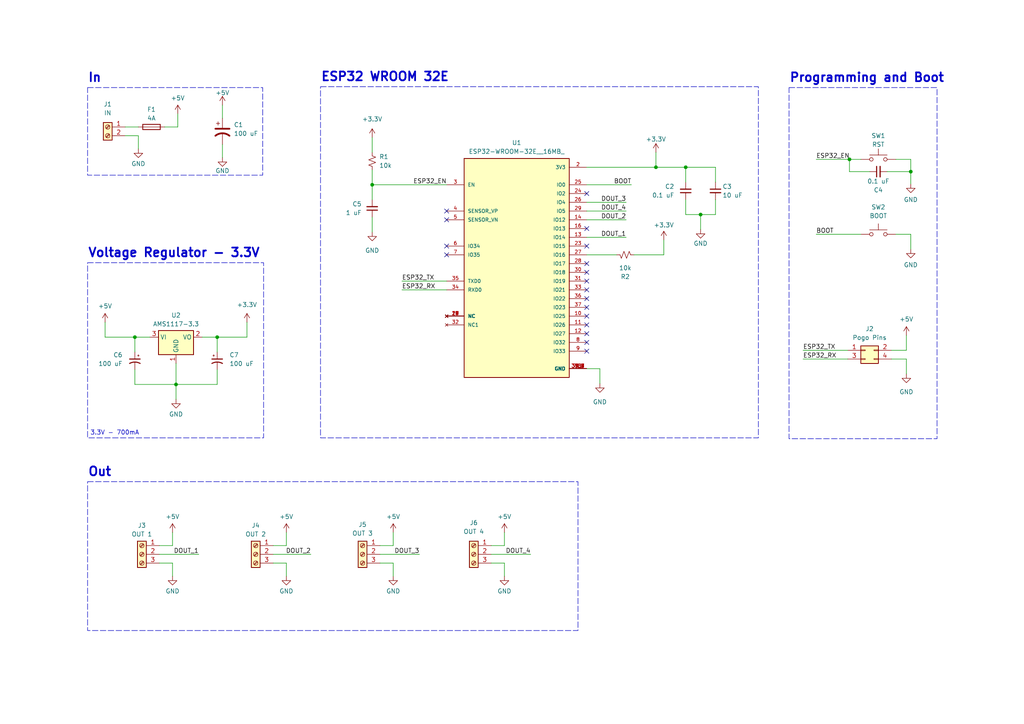
<source format=kicad_sch>
(kicad_sch (version 20230121) (generator eeschema)
  (paper "A4")
  (title_block (title "WLED ESP32 Christmas Board") (date "2023-11-23") (rev "1.0"))
  (lib_symbols
    (symbol "+3.3V_1" (power) (pin_names (offset 0))
      (property "Value" "+3.3V_1" (at 0 3.556 0))
      (symbol "+3.3V_1_0_1"
        (polyline (pts (xy -0.762 1.27) (xy 0 2.54)))
        (polyline (pts (xy 0 0) (xy 0 2.54)))
        (polyline (pts (xy 0 2.54) (xy 0.762 1.27)))
      )
      (symbol "+3.3V_1_1_1"
        (pin power_in line (at 0 0 90) (length 0) hide (name "+3.3V") (number "1"))
      )
    )
    (symbol "+3.3V_2" (power) (pin_names (offset 0))
      (property "Value" "+3.3V_2" (at 0 3.556 0))
      (symbol "+3.3V_2_0_1"
        (polyline (pts (xy -0.762 1.27) (xy 0 2.54)))
        (polyline (pts (xy 0 0) (xy 0 2.54)))
        (polyline (pts (xy 0 2.54) (xy 0.762 1.27)))
      )
      (symbol "+3.3V_2_1_1"
        (pin power_in line (at 0 0 90) (length 0) hide (name "+3.3V") (number "1"))
      )
    )
    (symbol "+5V_1" (power) (pin_names (offset 0))
      (property "Value" "+5V_1" (at 0 3.556 0))
      (symbol "+5V_1_0_1"
        (polyline (pts (xy -0.762 1.27) (xy 0 2.54)))
        (polyline (pts (xy 0 0) (xy 0 2.54)))
        (polyline (pts (xy 0 2.54) (xy 0.762 1.27)))
      )
      (symbol "+5V_1_1_1"
        (pin power_in line (at 0 0 90) (length 0) hide (name "+5V") (number "1"))
      )
    )
    (symbol "Connector:Screw_Terminal_01x02" (pin_names (offset 1.016) hide)
      (property "Reference" "J" (at 0 2.54 0))
      (property "Value" "Screw_Terminal_01x02" (at 0 -5.08 0))
      (symbol "Screw_Terminal_01x02_1_1"
        (rectangle (start -1.27 1.27) (end 1.27 -3.81) (stroke (width 0.254)) (fill (type background)))
        (circle (center 0 -2.54) (radius 0.635) (stroke (width 0.1524)))
        (polyline (pts (xy -0.5334 -2.2098) (xy 0.3302 -3.048)) (stroke (width 0.1524)))
        (polyline (pts (xy -0.5334 0.3302) (xy 0.3302 -0.508)) (stroke (width 0.1524)))
        (polyline (pts (xy -0.3556 -2.032) (xy 0.508 -2.8702)) (stroke (width 0.1524)))
        (polyline (pts (xy -0.3556 0.508) (xy 0.508 -0.3302)) (stroke (width 0.1524)))
        (circle (center 0 0) (radius 0.635) (stroke (width 0.1524)))
        (pin passive line (at -5.08 0 0) (length 3.81) (name "Pin_1") (number "1"))
        (pin passive line (at -5.08 -2.54 0) (length 3.81) (name "Pin_2") (number "2"))
      )
    )
    (symbol "Connector:Screw_Terminal_01x03" (pin_names (offset 1.016) hide)
      (property "Reference" "J" (at 0 5.08 0))
      (property "Value" "Screw_Terminal_01x03" (at 0 -5.08 0))
      (symbol "Screw_Terminal_01x03_1_1"
        (rectangle (start -1.27 3.81) (end 1.27 -3.81) (stroke (width 0.254)) (fill (type background)))
        (circle (center 0 -2.54) (radius 0.635) (stroke (width 0.1524)))
        (polyline (pts (xy -0.5334 -2.2098) (xy 0.3302 -3.048)) (stroke (width 0.1524)))
        (polyline (pts (xy -0.5334 0.3302) (xy 0.3302 -0.508)) (stroke (width 0.1524)))
        (polyline (pts (xy -0.5334 2.8702) (xy 0.3302 2.032)) (stroke (width 0.1524)))
        (polyline (pts (xy -0.3556 -2.032) (xy 0.508 -2.8702)) (stroke (width 0.1524)))
        (polyline (pts (xy -0.3556 0.508) (xy 0.508 -0.3302)) (stroke (width 0.1524)))
        (polyline (pts (xy -0.3556 3.048) (xy 0.508 2.2098)) (stroke (width 0.1524)))
        (circle (center 0 0) (radius 0.635) (stroke (width 0.1524)))
        (circle (center 0 2.54) (radius 0.635) (stroke (width 0.1524)))
        (pin passive line (at -5.08 2.54 0) (length 3.81) (name "Pin_1") (number "1"))
        (pin passive line (at -5.08 0 0) (length 3.81) (name "Pin_2") (number "2"))
        (pin passive line (at -5.08 -2.54 0) (length 3.81) (name "Pin_3") (number "3"))
      )
    )
    (symbol "Connector_Generic:Conn_02x02_Odd_Even" (pin_names (offset 1.016) hide)
      (property "Reference" "J" (at 1.27 2.54 0))
      (property "Value" "Conn_02x02_Odd_Even" (at 1.27 -5.08 0))
      (symbol "Conn_02x02_Odd_Even_1_1"
        (rectangle (start -1.27 -2.413) (end 0 -2.667) (stroke (width 0.1524)))
        (rectangle (start -1.27 0.127) (end 0 -0.127) (stroke (width 0.1524)))
        (rectangle (start -1.27 1.27) (end 3.81 -3.81) (stroke (width 0.254)) (fill (type background)))
        (rectangle (start 3.81 -2.413) (end 2.54 -2.667) (stroke (width 0.1524)))
        (rectangle (start 3.81 0.127) (end 2.54 -0.127) (stroke (width 0.1524)))
        (pin passive line (at -5.08 0 0) (length 3.81) (name "Pin_1") (number "1"))
        (pin passive line (at 7.62 0 180) (length 3.81) (name "Pin_2") (number "2"))
        (pin passive line (at -5.08 -2.54 0) (length 3.81) (name "Pin_3") (number "3"))
        (pin passive line (at 7.62 -2.54 180) (length 3.81) (name "Pin_4") (number "4"))
      )
    )
    (symbol "Device:C_Polarized_Small_US" (pin_numbers hide) (pin_names (offset 0.254) hide)
      (property "Reference" "C" (at 0.254 1.778 0))
      (property "Value" "C_Polarized_Small_US" (at 0.254 -2.032 0))
      (symbol "C_Polarized_Small_US_0_1"
        (polyline (pts (xy -1.524 0.508) (xy 1.524 0.508)) (stroke (width 0.3048)))
        (polyline (pts (xy -1.27 1.524) (xy -0.762 1.524)))
        (polyline (pts (xy -1.016 1.27) (xy -1.016 1.778)))
        (arc (start 1.524 -0.762) (mid 0 -0.3734) (end -1.524 -0.762) (stroke (width 0.3048)))
      )
      (symbol "C_Polarized_Small_US_1_1"
        (pin passive line (at 0 2.54 270) (length 2.032) (name "~") (number "1"))
        (pin passive line (at 0 -2.54 90) (length 2.032) (name "~") (number "2"))
      )
    )
    (symbol "Device:C_Polarized_US" (pin_numbers hide) (pin_names (offset 0.254) hide)
      (property "Reference" "C" (at 0.635 2.54 0))
      (property "Value" "C_Polarized_US" (at 0.635 -2.54 0))
      (symbol "C_Polarized_US_0_1"
        (polyline (pts (xy -2.032 0.762) (xy 2.032 0.762)) (stroke (width 0.508)))
        (polyline (pts (xy -1.778 2.286) (xy -0.762 2.286)))
        (polyline (pts (xy -1.27 1.778) (xy -1.27 2.794)))
        (arc (start 2.032 -1.27) (mid 0 -0.5572) (end -2.032 -1.27) (stroke (width 0.508)))
      )
      (symbol "C_Polarized_US_1_1"
        (pin passive line (at 0 3.81 270) (length 2.794) (name "~") (number "1"))
        (pin passive line (at 0 -3.81 90) (length 3.302) (name "~") (number "2"))
      )
    )
    (symbol "Device:C_Small" (pin_numbers hide) (pin_names (offset 0.254) hide)
      (property "Reference" "C" (at 0.254 1.778 0))
      (property "Value" "C_Small" (at 0.254 -2.032 0))
      (symbol "C_Small_0_1"
        (polyline (pts (xy -1.524 -0.508) (xy 1.524 -0.508)) (stroke (width 0.3302)))
        (polyline (pts (xy -1.524 0.508) (xy 1.524 0.508)) (stroke (width 0.3048)))
      )
      (symbol "C_Small_1_1"
        (pin passive line (at 0 2.54 270) (length 2.032) (name "~") (number "1"))
        (pin passive line (at 0 -2.54 90) (length 2.032) (name "~") (number "2"))
      )
    )
    (symbol "Device:Fuse" (pin_numbers hide) (pin_names (offset 0))
      (property "Reference" "F" (at 2.032 0 90))
      (property "Value" "Fuse" (at -1.905 0 90))
      (symbol "Fuse_0_1"
        (rectangle (start -0.762 -2.54) (end 0.762 2.54) (stroke (width 0.254)))
        (polyline (pts (xy 0 2.54) (xy 0 -2.54)))
      )
      (symbol "Fuse_1_1"
        (pin passive line (at 0 3.81 270) (length 1.27) (name "~") (number "1"))
        (pin passive line (at 0 -3.81 90) (length 1.27) (name "~") (number "2"))
      )
    )
    (symbol "Device:R_Small_US" (pin_numbers hide) (pin_names (offset 0.254) hide)
      (property "Reference" "R" (at 0.762 0.508 0))
      (property "Value" "R_Small_US" (at 0.762 -1.016 0))
      (symbol "R_Small_US_1_1"
        (polyline (pts (xy 0 0) (xy 1.016 -0.381) (xy 0 -0.762) (xy -1.016 -1.143) (xy 0 -1.524)))
        (polyline (pts (xy 0 1.524) (xy 1.016 1.143) (xy 0 0.762) (xy -1.016 0.381) (xy 0 0)))
        (pin passive line (at 0 2.54 270) (length 1.016) (name "~") (number "1"))
        (pin passive line (at 0 -2.54 90) (length 1.016) (name "~") (number "2"))
      )
    )
    (symbol "ESP32-WROOM-32E__16MB_:ESP32-WROOM-32E__16MB_" (pin_names (offset 1.016))
      (property "Reference" "U" (at -15.24 33.909 0))
      (property "Value" "ESP32-WROOM-32E__16MB_" (at -15.24 -33.02 0))
      (symbol "ESP32-WROOM-32E__16MB__0_0"
        (rectangle (start -15.24 -30.48) (end 15.24 33.02) (stroke (width 0.254)) (fill (type background)))
        (pin power_in line (at 20.32 -27.94 180) (length 5.08) (name "GND") (number "1"))
        (pin bidirectional line (at 20.32 -12.7 180) (length 5.08) (name "IO25") (number "10"))
        (pin bidirectional line (at 20.32 -15.24 180) (length 5.08) (name "IO26") (number "11"))
        (pin bidirectional line (at 20.32 -17.78 180) (length 5.08) (name "IO27") (number "12"))
        (pin bidirectional line (at 20.32 10.16 180) (length 5.08) (name "IO14") (number "13"))
        (pin bidirectional line (at 20.32 15.24 180) (length 5.08) (name "IO12") (number "14"))
        (pin power_in line (at 20.32 -27.94 180) (length 5.08) (name "GND") (number "15"))
        (pin bidirectional line (at 20.32 12.7 180) (length 5.08) (name "IO13") (number "16"))
        (pin no_connect line (at -20.32 -12.7 0) (length 5.08) (name "NC") (number "17"))
        (pin no_connect line (at -20.32 -12.7 0) (length 5.08) (name "NC") (number "18"))
        (pin no_connect line (at -20.32 -12.7 0) (length 5.08) (name "NC") (number "19"))
        (pin power_in line (at 20.32 30.48 180) (length 5.08) (name "3V3") (number "2"))
        (pin no_connect line (at -20.32 -12.7 0) (length 5.08) (name "NC") (number "20"))
        (pin no_connect line (at -20.32 -12.7 0) (length 5.08) (name "NC") (number "21"))
        (pin no_connect line (at -20.32 -12.7 0) (length 5.08) (name "NC") (number "22"))
        (pin bidirectional line (at 20.32 7.62 180) (length 5.08) (name "IO15") (number "23"))
        (pin bidirectional line (at 20.32 22.86 180) (length 5.08) (name "IO2") (number "24"))
        (pin bidirectional line (at 20.32 25.4 180) (length 5.08) (name "IO0") (number "25"))
        (pin bidirectional line (at 20.32 20.32 180) (length 5.08) (name "IO4") (number "26"))
        (pin bidirectional line (at 20.32 5.08 180) (length 5.08) (name "IO16") (number "27"))
        (pin bidirectional line (at 20.32 2.54 180) (length 5.08) (name "IO17") (number "28"))
        (pin bidirectional line (at 20.32 17.78 180) (length 5.08) (name "IO5") (number "29"))
        (pin input line (at -20.32 25.4 0) (length 5.08) (name "EN") (number "3"))
        (pin bidirectional line (at 20.32 0 180) (length 5.08) (name "IO18") (number "30"))
        (pin bidirectional line (at 20.32 -2.54 180) (length 5.08) (name "IO19") (number "31"))
        (pin no_connect line (at -20.32 -15.24 0) (length 5.08) (name "NC1") (number "32"))
        (pin bidirectional line (at 20.32 -5.08 180) (length 5.08) (name "IO21") (number "33"))
        (pin bidirectional line (at -20.32 -5.08 0) (length 5.08) (name "RXD0") (number "34"))
        (pin bidirectional line (at -20.32 -2.54 0) (length 5.08) (name "TXD0") (number "35"))
        (pin bidirectional line (at 20.32 -7.62 180) (length 5.08) (name "IO22") (number "36"))
        (pin bidirectional line (at 20.32 -10.16 180) (length 5.08) (name "IO23") (number "37"))
        (pin power_in line (at 20.32 -27.94 180) (length 5.08) (name "GND") (number "38"))
        (pin power_in line (at 20.32 -27.94 180) (length 5.08) (name "GND") (number "39_1"))
        (pin power_in line (at 20.32 -27.94 180) (length 5.08) (name "GND") (number "39_2"))
        (pin power_in line (at 20.32 -27.94 180) (length 5.08) (name "GND") (number "39_3"))
        (pin power_in line (at 20.32 -27.94 180) (length 5.08) (name "GND") (number "39_4"))
        (pin power_in line (at 20.32 -27.94 180) (length 5.08) (name "GND") (number "39_5"))
        (pin power_in line (at 20.32 -27.94 180) (length 5.08) (name "GND") (number "39_6"))
        (pin power_in line (at 20.32 -27.94 180) (length 5.08) (name "GND") (number "39_7"))
        (pin power_in line (at 20.32 -27.94 180) (length 5.08) (name "GND") (number "39_8"))
        (pin power_in line (at 20.32 -27.94 180) (length 5.08) (name "GND") (number "39_9"))
        (pin input line (at -20.32 17.78 0) (length 5.08) (name "SENSOR_VP") (number "4"))
        (pin input line (at -20.32 15.24 0) (length 5.08) (name "SENSOR_VN") (number "5"))
        (pin input line (at -20.32 7.62 0) (length 5.08) (name "IO34") (number "6"))
        (pin input line (at -20.32 5.08 0) (length 5.08) (name "IO35") (number "7"))
        (pin bidirectional line (at 20.32 -20.32 180) (length 5.08) (name "IO32") (number "8"))
        (pin bidirectional line (at 20.32 -22.86 180) (length 5.08) (name "IO33") (number "9"))
      )
    )
    (symbol "GND_1" (power) (pin_names (offset 0))
      (property "Value" "GND_1" (at 0 -3.81 0))
      (symbol "GND_1_0_1"
        (polyline (pts (xy 0 0) (xy 0 -1.27) (xy 1.27 -1.27) (xy 0 -2.54) (xy -1.27 -1.27) (xy 0 -1.27)))
      )
      (symbol "GND_1_1_1"
        (pin power_in line (at 0 0 270) (length 0) hide (name "GND") (number "1"))
      )
    )
    (symbol "GND_2" (power) (pin_names (offset 0))
      (property "Value" "GND_2" (at 0 -3.81 0))
      (symbol "GND_2_0_1"
        (polyline (pts (xy 0 0) (xy 0 -1.27) (xy 1.27 -1.27) (xy 0 -2.54) (xy -1.27 -1.27) (xy 0 -1.27)))
      )
      (symbol "GND_2_1_1"
        (pin power_in line (at 0 0 270) (length 0) hide (name "GND") (number "1"))
      )
    )
    (symbol "GND_3" (power) (pin_names (offset 0))
      (property "Value" "GND_3" (at 0 -3.81 0))
      (symbol "GND_3_0_1"
        (polyline (pts (xy 0 0) (xy 0 -1.27) (xy 1.27 -1.27) (xy 0 -2.54) (xy -1.27 -1.27) (xy 0 -1.27)))
      )
      (symbol "GND_3_1_1"
        (pin power_in line (at 0 0 270) (length 0) hide (name "GND") (number "1"))
      )
    )
    (symbol "GND_6" (power) (pin_names (offset 0))
      (property "Value" "GND_6" (at 0 -3.81 0))
      (symbol "GND_6_0_1"
        (polyline (pts (xy 0 0) (xy 0 -1.27) (xy 1.27 -1.27) (xy 0 -2.54) (xy -1.27 -1.27) (xy 0 -1.27)))
      )
      (symbol "GND_6_1_1"
        (pin power_in line (at 0 0 270) (length 0) hide (name "GND") (number "1"))
      )
    )
    (symbol "GND_8" (power) (pin_names (offset 0))
      (property "Value" "GND_8" (at 0 -3.81 0))
      (symbol "GND_8_0_1"
        (polyline (pts (xy 0 0) (xy 0 -1.27) (xy 1.27 -1.27) (xy 0 -2.54) (xy -1.27 -1.27) (xy 0 -1.27)))
      )
      (symbol "GND_8_1_1"
        (pin power_in line (at 0 0 270) (length 0) hide (name "GND") (number "1"))
      )
    )
    (symbol "Regulator_Linear:AMS1117-3.3"
      (property "Reference" "U" (at -3.81 3.175 0))
      (property "Value" "AMS1117-3.3" (at 0 3.175 0))
      (symbol "AMS1117-3.3_0_1"
        (rectangle (start -5.08 -5.08) (end 5.08 1.905) (stroke (width 0.254)) (fill (type background)))
      )
      (symbol "AMS1117-3.3_1_1"
        (pin power_in line (at 0 -7.62 90) (length 2.54) (name "GND") (number "1"))
        (pin power_out line (at 7.62 0 180) (length 2.54) (name "VO") (number "2"))
        (pin power_in line (at -7.62 0 0) (length 2.54) (name "VI") (number "3"))
      )
    )
    (symbol "Switch:SW_Push" (pin_numbers hide) (pin_names (offset 1.016) hide)
      (property "Reference" "SW" (at 1.27 2.54 0))
      (property "Value" "SW_Push" (at 0 -1.524 0))
      (symbol "SW_Push_0_1"
        (circle (center -2.032 0) (radius 0.508))
        (polyline (pts (xy 0 1.27) (xy 0 3.048)))
        (polyline (pts (xy 2.54 1.27) (xy -2.54 1.27)))
        (circle (center 2.032 0) (radius 0.508))
        (pin passive line (at -5.08 0 0) (length 2.54) (name "1") (number "1"))
        (pin passive line (at 5.08 0 180) (length 2.54) (name "2") (number "2"))
      )
    )
    (symbol "power:+3.3V" (power) (pin_names (offset 0))
      (property "Value" "+3.3V" (at 0 3.556 0))
      (symbol "+3.3V_0_1"
        (polyline (pts (xy -0.762 1.27) (xy 0 2.54)))
        (polyline (pts (xy 0 0) (xy 0 2.54)))
        (polyline (pts (xy 0 2.54) (xy 0.762 1.27)))
      )
      (symbol "+3.3V_1_1"
        (pin power_in line (at 0 0 90) (length 0) hide (name "+3.3V") (number "1"))
      )
    )
    (symbol "power:+5V" (power) (pin_names (offset 0))
      (property "Value" "+5V" (at 0 3.556 0))
      (symbol "+5V_0_1"
        (polyline (pts (xy -0.762 1.27) (xy 0 2.54)))
        (polyline (pts (xy 0 0) (xy 0 2.54)))
        (polyline (pts (xy 0 2.54) (xy 0.762 1.27)))
      )
      (symbol "+5V_1_1"
        (pin power_in line (at 0 0 90) (length 0) hide (name "+5V") (number "1"))
      )
    )
    (symbol "power:GND" (power) (pin_names (offset 0))
      (property "Value" "GND" (at 0 -3.81 0))
      (symbol "GND_0_1"
        (polyline (pts (xy 0 0) (xy 0 -1.27) (xy 1.27 -1.27) (xy 0 -2.54) (xy -1.27 -1.27) (xy 0 -1.27)))
      )
      (symbol "GND_1_1"
        (pin power_in line (at 0 0 270) (length 0) hide (name "GND") (number "1"))
      )
    )
  )
  (junction (at 62.992 97.79))
  (junction (at 246.38 46.228))
  (junction (at 107.95 53.594))
  (junction (at 39.116 97.79))
  (junction (at 190.246 48.514))
  (junction (at 264.16 49.784))
  (junction (at 198.882 48.514))
  (junction (at 203.2 62.23))
  (junction (at 51.054 111.506))
  (no_connect (at 170.18 78.994))
  (no_connect (at 170.18 99.314))
  (no_connect (at 170.18 84.074))
  (no_connect (at 129.54 73.914))
  (no_connect (at 170.18 56.134))
  (no_connect (at 170.18 66.294))
  (no_connect (at 170.18 86.614))
  (no_connect (at 129.54 63.754))
  (no_connect (at 170.18 101.854))
  (no_connect (at 129.54 71.374))
  (no_connect (at 129.54 61.214))
  (no_connect (at 170.18 94.234))
  (no_connect (at 170.18 81.534))
  (no_connect (at 170.18 91.694))
  (no_connect (at 170.18 76.454))
  (no_connect (at 170.18 89.154))
  (no_connect (at 170.18 71.374))
  (no_connect (at 170.18 96.774))
  (wire (pts (xy 51.054 105.41) (xy 51.054 111.506)))
  (wire (pts (xy 198.882 48.514) (xy 207.518 48.514)))
  (wire (pts (xy 50.038 158.242) (xy 46.228 158.242)))
  (wire (pts (xy 50.038 163.322) (xy 50.038 167.132)))
  (wire (pts (xy 170.18 48.514) (xy 190.246 48.514)))
  (wire (pts (xy 51.562 36.83) (xy 47.752 36.83)))
  (wire (pts (xy 190.246 48.514) (xy 198.882 48.514)))
  (wire (pts (xy 203.2 62.23) (xy 207.518 62.23)))
  (wire (pts (xy 207.518 62.23) (xy 207.518 57.912)))
  (wire (pts (xy 245.872 101.6) (xy 232.918 101.6)))
  (wire (pts (xy 170.18 61.214) (xy 181.61 61.214)))
  (wire (pts (xy 51.054 111.506) (xy 62.992 111.506)))
  (wire (pts (xy 183.896 73.914) (xy 192.532 73.914)))
  (wire (pts (xy 58.674 97.79) (xy 62.992 97.79)))
  (wire (pts (xy 170.18 68.834) (xy 181.61 68.834)))
  (wire (pts (xy 207.518 52.832) (xy 207.518 48.514)))
  (wire (pts (xy 264.16 72.263) (xy 264.16 67.945)))
  (wire (pts (xy 50.038 163.322) (xy 46.228 163.322)))
  (wire (pts (xy 39.116 111.506) (xy 39.116 107.188)))
  (wire (pts (xy 83.058 163.322) (xy 79.248 163.322)))
  (wire (pts (xy 257.302 49.784) (xy 264.16 49.784)))
  (wire (pts (xy 262.89 104.14) (xy 262.89 108.458)))
  (wire (pts (xy 64.516 30.48) (xy 64.516 34.29)))
  (wire (pts (xy 146.304 163.322) (xy 142.494 163.322)))
  (wire (pts (xy 146.304 163.322) (xy 146.304 167.132)))
  (wire (pts (xy 236.728 46.228) (xy 246.38 46.228)))
  (wire (pts (xy 192.532 73.914) (xy 192.532 69.596)))
  (wire (pts (xy 198.882 52.832) (xy 198.882 48.514)))
  (wire (pts (xy 83.058 163.322) (xy 83.058 167.132)))
  (wire (pts (xy 262.89 104.14) (xy 258.572 104.14)))
  (wire (pts (xy 50.038 154.432) (xy 50.038 158.242)))
  (wire (pts (xy 107.95 44.196) (xy 107.95 39.878)))
  (wire (pts (xy 114.046 154.432) (xy 114.046 158.242)))
  (wire (pts (xy 51.562 33.02) (xy 51.562 36.83)))
  (wire (pts (xy 107.95 67.31) (xy 107.95 62.992)))
  (wire (pts (xy 30.48 97.79) (xy 39.116 97.79)))
  (wire (pts (xy 110.236 160.782) (xy 121.666 160.782)))
  (wire (pts (xy 170.18 58.674) (xy 181.61 58.674)))
  (wire (pts (xy 62.992 102.108) (xy 62.992 97.79)))
  (wire (pts (xy 142.494 160.782) (xy 153.924 160.782)))
  (wire (pts (xy 170.18 73.914) (xy 178.816 73.914)))
  (wire (pts (xy 62.992 97.79) (xy 71.628 97.79)))
  (wire (pts (xy 173.99 106.934) (xy 170.18 106.934)))
  (wire (pts (xy 203.2 66.548) (xy 203.2 62.23)))
  (wire (pts (xy 198.882 62.23) (xy 198.882 57.912)))
  (wire (pts (xy 107.95 53.594) (xy 107.95 49.276)))
  (wire (pts (xy 83.058 158.242) (xy 79.248 158.242)))
  (wire (pts (xy 129.54 81.534) (xy 116.586 81.534)))
  (wire (pts (xy 262.89 97.282) (xy 262.89 101.6)))
  (wire (pts (xy 39.116 111.506) (xy 51.054 111.506)))
  (wire (pts (xy 183.134 53.594) (xy 170.18 53.594)))
  (wire (pts (xy 114.046 163.322) (xy 114.046 167.132)))
  (wire (pts (xy 236.728 67.945) (xy 249.682 67.945)))
  (wire (pts (xy 170.18 63.754) (xy 181.61 63.754)))
  (wire (pts (xy 107.95 57.912) (xy 107.95 53.594)))
  (wire (pts (xy 129.54 84.074) (xy 116.586 84.074)))
  (wire (pts (xy 146.304 154.432) (xy 146.304 158.242)))
  (wire (pts (xy 40.132 39.37) (xy 40.132 43.18)))
  (wire (pts (xy 51.054 115.824) (xy 51.054 111.506)))
  (wire (pts (xy 71.628 97.79) (xy 71.628 93.472)))
  (wire (pts (xy 264.16 49.784) (xy 264.16 46.228)))
  (wire (pts (xy 245.872 104.14) (xy 232.918 104.14)))
  (wire (pts (xy 246.38 49.784) (xy 252.222 49.784)))
  (wire (pts (xy 173.99 111.252) (xy 173.99 106.934)))
  (wire (pts (xy 64.516 41.91) (xy 64.516 45.72)))
  (wire (pts (xy 114.046 158.242) (xy 110.236 158.242)))
  (wire (pts (xy 262.89 101.6) (xy 258.572 101.6)))
  (wire (pts (xy 30.48 97.79) (xy 30.48 93.472)))
  (wire (pts (xy 107.95 53.594) (xy 129.54 53.594)))
  (wire (pts (xy 246.38 46.228) (xy 249.682 46.228)))
  (wire (pts (xy 40.132 39.37) (xy 36.322 39.37)))
  (wire (pts (xy 62.992 111.506) (xy 62.992 107.188)))
  (wire (pts (xy 114.046 163.322) (xy 110.236 163.322)))
  (wire (pts (xy 83.058 154.432) (xy 83.058 158.242)))
  (wire (pts (xy 246.38 46.228) (xy 246.38 49.784)))
  (wire (pts (xy 264.16 67.945) (xy 259.842 67.945)))
  (wire (pts (xy 39.116 97.79) (xy 43.434 97.79)))
  (wire (pts (xy 264.16 46.228) (xy 259.842 46.228)))
  (wire (pts (xy 264.16 53.34) (xy 264.16 49.784)))
  (wire (pts (xy 40.132 36.83) (xy 36.322 36.83)))
  (wire (pts (xy 46.228 160.782) (xy 57.658 160.782)))
  (wire (pts (xy 198.882 62.23) (xy 203.2 62.23)))
  (wire (pts (xy 39.116 102.108) (xy 39.116 97.79)))
  (wire (pts (xy 146.304 158.242) (xy 142.494 158.242)))
  (wire (pts (xy 190.246 48.514) (xy 190.246 44.196)))
  (wire (pts (xy 79.248 160.782) (xy 90.17 160.782)))
  (rectangle (start 25.4 139.7) (end 167.64 182.88) (stroke (width 0) (type dash)))
  (rectangle (start 228.854 25.4) (end 271.78 127.254) (stroke (width 0) (type dash)))
  (rectangle (start 25.4 25.4) (end 76.2 50.8) (stroke (width 0) (type dash)))
  (rectangle (start 92.964 25.146) (end 219.964 127) (stroke (width 0) (type dash)))
  (rectangle (start 25.4 76.2) (end 76.454 127) (stroke (width 0) (type dash)))
  (text "ESP32 WROOM 32E" (at 92.964 23.876 0) (effects (font (size 2.54 2.54) bold) (justify left bottom)))
  (text "3.3V - 700mA\n" (at 26.162 126.365 0) (effects (font (size 1.27 1.27)) (justify left bottom)))
  (text "In" (at 25.4 24.13 0) (effects (font (size 2.54 2.54) bold) (justify left bottom)))
  (text "Out" (at 25.4 138.43 0) (effects (font (size 2.54 2.54) bold) (justify left bottom)))
  (text "Voltage Regulator - 3.3V" (at 25.4 74.93 0) (effects (font (size 2.54 2.54) (thickness 0.508) bold) (justify left bottom)))
  (text "Programming and Boot" (at 228.854 24.13 0) (effects (font (size 2.54 2.54) bold) (justify left bottom)))
  (label "ESP32_TX" (at 116.586 81.534 0))
  (label "ESP32_EN" (at 129.54 53.594 180))
  (label "ESP32_RX" (at 232.918 104.14 0))
  (label "ESP32_RX" (at 116.586 84.074 0))
  (label "DOUT_3" (at 181.61 58.674 180))
  (label "BOOT" (at 236.728 67.945 0))
  (label "DOUT_4" (at 181.61 61.214 180))
  (label "ESP32_TX" (at 232.918 101.6 0))
  (label "BOOT" (at 183.134 53.594 180))
  (label "DOUT_4" (at 153.924 160.782 180))
  (label "DOUT_2" (at 181.61 63.754 180))
  (label "DOUT_1" (at 181.61 68.834 180))
  (label "DOUT_3" (at 121.666 160.782 180))
  (label "ESP32_EN" (at 236.728 46.228 0))
  (label "DOUT_1" (at 57.658 160.782 180))
  (label "DOUT_2" (at 90.17 160.782 180))
  (symbol (lib_id "Device:R_Small_US") (at 181.356 73.914 90) (mirror x) (unit 1)
    (property "Reference" "R2" (at 181.356 80.264 90))
    (property "Value" "10k" (at 181.356 77.724 90))
    (property "Footprint" "Resistor_SMD:R_0603_1608Metric_Pad0.98x0.95mm_HandSolder" (effects hide))
    (property "LCSC" "C25804" (effects hide))
  )
  (symbol (lib_id "Device:C_Small") (at 254.762 49.784 90) (mirror x) (unit 1)
    (property "Reference" "C4" (at 254.762 55.118 90))
    (property "Value" "0.1 uF" (at 254.762 52.578 90))
    (property "Footprint" "Capacitor_SMD:C_0603_1608Metric_Pad1.08x0.95mm_HandSolder" (effects hide))
    (property "LCSC" "C14663" (effects hide))
  )
  (symbol (lib_id "Connector:Screw_Terminal_01x03") (at 105.156 160.782 0) (mirror y) (unit 1)
    (property "Reference" "J5" (at 105.156 152.146 0))
    (property "Value" "OUT 3" (at 105.156 154.686 0))
    (property "Footprint" "Screw Terminal:3P" (effects hide))
  )
  (symbol (lib_id "power:+5V") (at 64.516 30.48 0) (unit 1)
    (property "Reference" "#PWR01" (effects hide))
    (property "Value" "+5V" (at 64.516 26.924 0))
  )
  (symbol (lib_id "Device:C_Small") (at 207.518 55.372 0) (mirror y) (unit 1)
    (property "Reference" "C3" (at 209.55 54.102 0) (effects (justify right)))
    (property "Value" "10 uF" (at 209.55 56.642 0) (effects (justify right)))
    (property "Footprint" "Capacitor_SMD:C_0603_1608Metric_Pad1.08x0.95mm_HandSolder" (effects hide))
    (property "LCSC" "C19702" (effects hide))
  )
  (symbol (lib_name "+5V_1") (lib_id "power:+5V") (at 262.89 97.282 0) (unit 1)
    (property "Reference" "#PWR014" (effects hide))
    (property "Value" "+5V" (at 262.89 92.583 0))
  )
  (symbol (lib_name "+3.3V_1") (lib_id "power:+3.3V") (at 107.95 39.878 0) (unit 1)
    (property "Reference" "#PWR03" (effects hide))
    (property "Value" "+3.3V" (at 107.95 34.544 0))
  )
  (symbol (lib_id "power:+5V") (at 50.038 154.432 0) (unit 1)
    (property "Reference" "#PWR018" (effects hide))
    (property "Value" "+5V" (at 50.038 149.86 0))
  )
  (symbol (lib_id "power:+3.3V") (at 192.532 69.596 0) (unit 1)
    (property "Reference" "#PWR010" (effects hide))
    (property "Value" "+3.3V" (at 192.532 65.278 0))
  )
  (symbol (lib_id "Device:C_Polarized_Small_US") (at 62.992 104.648 0) (unit 1)
    (property "Reference" "C7" (at 66.548 102.9462 0) (effects (justify left)))
    (property "Value" "100 uF" (at 66.548 105.4862 0) (effects (justify left)))
    (property "Footprint" "Capacitor_Tantalum_SMD:CP_EIA-3528-21_Kemet-B_Pad1.50x2.35mm_HandSolder" (effects hide))
    (property "LCSC" "C16133" (effects hide))
  )
  (symbol (lib_id "power:GND") (at 114.046 167.132 0) (unit 1)
    (property "Reference" "#PWR024" (effects hide))
    (property "Value" "GND" (at 114.046 171.45 0))
  )
  (symbol (lib_id "Device:Fuse") (at 43.942 36.83 90) (unit 1)
    (property "Reference" "F1" (at 43.942 31.75 90))
    (property "Value" "4A" (at 43.942 34.29 90))
    (property "Footprint" "Fuse:Fuseholder_Blade_Mini_Keystone_3568" (effects hide))
  )
  (symbol (lib_id "Switch:SW_Push") (at 254.762 67.945 0) (unit 1)
    (property "Reference" "SW2" (at 254.762 60.071 0))
    (property "Value" "BOOT" (at 254.762 62.611 0))
    (property "Footprint" "Switch:SMD Switch" (effects hide))
    (property "LCSC" "C115350" (effects hide))
  )
  (symbol (lib_id "power:+5V") (at 146.304 154.432 0) (unit 1)
    (property "Reference" "#PWR021" (effects hide))
    (property "Value" "+5V" (at 146.304 149.86 0))
  )
  (symbol (lib_name "GND_2") (lib_id "power:GND") (at 203.2 66.548 0) (unit 1)
    (property "Reference" "#PWR08" (effects hide))
    (property "Value" "GND" (at 203.2 70.612 0))
  )
  (symbol (lib_id "Device:C_Polarized_Small_US") (at 39.116 104.648 0) (mirror y) (unit 1)
    (property "Reference" "C6" (at 35.56 102.9462 0) (effects (justify left)))
    (property "Value" "100 uF" (at 35.56 105.4862 0) (effects (justify left)))
    (property "Footprint" "Capacitor_Tantalum_SMD:CP_EIA-3528-21_Kemet-B_Pad1.50x2.35mm_HandSolder" (effects hide))
    (property "LCSC" "C16133" (effects hide))
  )
  (symbol (lib_id "power:GND") (at 146.304 167.132 0) (unit 1)
    (property "Reference" "#PWR025" (effects hide))
    (property "Value" "GND" (at 146.304 171.45 0))
  )
  (symbol (lib_id "Connector:Screw_Terminal_01x02") (at 31.242 36.83 0) (mirror y) (unit 1)
    (property "Reference" "J1" (at 31.242 30.226 0))
    (property "Value" "IN" (at 31.242 32.766 0))
    (property "Footprint" "Screw Terminal:2P" (effects hide))
  )
  (symbol (lib_id "Regulator_Linear:AMS1117-3.3") (at 51.054 97.79 0) (unit 1)
    (property "Reference" "U2" (at 51.054 91.44 0))
    (property "Value" "AMS1117-3.3" (at 51.054 93.98 0))
    (property "Footprint" "Package_TO_SOT_SMD:SOT-223-3_TabPin2" (effects hide))
    (property "Datasheet" "http://www.advanced-monolithic.com/pdf/ds1117.pdf" (effects hide))
    (property "LCSC" "C6186" (effects hide))
  )
  (symbol (lib_name "GND_1") (lib_id "power:GND") (at 51.054 115.824 0) (unit 1)
    (property "Reference" "#PWR017" (effects hide))
    (property "Value" "GND" (at 51.054 120.142 0))
  )
  (symbol (lib_id "Device:R_Small_US") (at 107.95 46.736 0) (unit 1)
    (property "Reference" "R1" (at 109.982 45.466 0) (effects (justify left)))
    (property "Value" "10k" (at 109.982 48.006 0) (effects (justify left)))
    (property "Footprint" "Resistor_SMD:R_0603_1608Metric_Pad0.98x0.95mm_HandSolder" (effects hide))
    (property "LCSC" "C25804" (effects hide))
  )
  (symbol (lib_name "GND_3") (lib_id "power:GND") (at 264.16 72.263 0) (unit 1)
    (property "Reference" "#PWR011" (effects hide))
    (property "Value" "GND" (at 264.16 76.835 0))
  )
  (symbol (lib_id "power:GND") (at 40.132 43.18 0) (unit 1)
    (property "Reference" "#PWR05" (effects hide))
    (property "Value" "GND" (at 40.132 47.498 0))
  )
  (symbol (lib_name "GND_3") (lib_id "power:GND") (at 264.16 53.34 0) (unit 1)
    (property "Reference" "#PWR07" (effects hide))
    (property "Value" "GND" (at 264.16 57.912 0))
  )
  (symbol (lib_name "GND_8") (lib_id "power:GND") (at 262.89 108.458 0) (mirror y) (unit 1)
    (property "Reference" "#PWR016" (effects hide))
    (property "Value" "GND" (at 262.89 113.665 0))
  )
  (symbol (lib_id "Connector:Screw_Terminal_01x03") (at 74.168 160.782 0) (mirror y) (unit 1)
    (property "Reference" "J4" (at 74.168 152.4 0))
    (property "Value" "OUT 2" (at 74.168 154.94 0))
    (property "Footprint" "Screw Terminal:3P" (effects hide))
  )
  (symbol (lib_id "power:GND") (at 83.058 167.132 0) (unit 1)
    (property "Reference" "#PWR023" (effects hide))
    (property "Value" "GND" (at 83.058 171.45 0))
  )
  (symbol (lib_id "Device:C_Polarized_US") (at 64.516 38.1 0) (unit 1)
    (property "Reference" "C1" (at 67.818 36.195 0) (effects (justify left)))
    (property "Value" "100 uF" (at 67.818 38.735 0) (effects (justify left)))
    (property "Footprint" "Capacitor_THT:CP_Radial_D13.0mm_P5.00mm" (effects hide))
  )
  (symbol (lib_id "power:GND") (at 173.99 111.252 0) (unit 1)
    (property "Reference" "#PWR015" (effects hide))
    (property "Value" "GND" (at 173.99 116.586 0))
  )
  (symbol (lib_id "power:+3.3V") (at 190.246 44.196 0) (unit 1)
    (property "Reference" "#PWR04" (effects hide))
    (property "Value" "+3.3V" (at 190.246 40.386 0))
  )
  (symbol (lib_id "Device:C_Small") (at 198.882 55.372 0) (mirror x) (unit 1)
    (property "Reference" "C2" (at 195.58 54.0956 0) (effects (justify right)))
    (property "Value" "0.1 uF" (at 195.58 56.6356 0) (effects (justify right)))
    (property "Footprint" "Capacitor_SMD:C_0603_1608Metric_Pad1.08x0.95mm_HandSolder" (effects hide))
    (property "LCSC" "C14663" (effects hide))
  )
  (symbol (lib_id "power:+5V") (at 51.562 33.02 0) (unit 1)
    (property "Reference" "#PWR02" (effects hide))
    (property "Value" "+5V" (at 51.562 28.448 0))
  )
  (symbol (lib_id "Switch:SW_Push") (at 254.762 46.228 0) (unit 1)
    (property "Reference" "SW1" (at 254.762 39.37 0))
    (property "Value" "RST" (at 254.762 41.91 0))
    (property "Footprint" "Switch:SMD Switch" (effects hide))
    (property "LCSC" "C115350" (effects hide))
  )
  (symbol (lib_id "ESP32-WROOM-32E__16MB_:ESP32-WROOM-32E__16MB_") (at 149.86 78.994 0) (unit 1)
    (property "Reference" "U1" (at 149.86 41.402 0))
    (property "Value" "ESP32-WROOM-32E__16MB_" (at 149.86 43.942 0))
    (property "Footprint" "ESP32 WROOM 32E:XCVR_ESP32-WROOM-32E__16MB_" (effects hide))
    (property "MF" "Espressif Systems" (effects hide))
    (property "MAXIMUM_PACKAGE_HEIGHT" "3.25mm" (effects hide))
    (property "Package" "SMD-44 Espressif Systems" (effects hide))
    (property "Price" "None" (effects hide))
    (property "Check_prices" "https://www.snapeda.com/parts/ESP32-WROOM-32E%20(16MB)/Espressif+Systems/view-part/?ref=eda" (effects hide))
    (property "STANDARD" "Manufacturer Recommendations" (effects hide))
    (property "PARTREV" "1.4" (effects hide))
    (property "SnapEDA_Link" "https://www.snapeda.com/parts/ESP32-WROOM-32E%20(16MB)/Espressif+Systems/view-part/?ref=snap" (effects hide))
    (property "MP" "ESP32-WROOM-32E (16MB)" (effects hide))
    (property "Description" "\nBluetooth, WiFi 802.11b/g/n, Bluetooth v4.2 +EDR, Class 1, 2 and 3 Transceiver Module 2.4GHz ~ 2.5GHz Integrated, Trace Surface Mount\n" (effects hide))
    (property "Availability" "Not in stock" (effects hide))
    (property "MANUFACTURER" "Espressif Systems" (effects hide))
  )
  (symbol (lib_id "power:+5V") (at 114.046 154.432 0) (unit 1)
    (property "Reference" "#PWR020" (effects hide))
    (property "Value" "+5V" (at 114.046 149.86 0))
  )
  (symbol (lib_id "power:+5V") (at 83.058 154.432 0) (unit 1)
    (property "Reference" "#PWR019" (effects hide))
    (property "Value" "+5V" (at 83.058 149.86 0))
  )
  (symbol (lib_name "+5V_1") (lib_id "power:+5V") (at 30.48 93.472 0) (unit 1)
    (property "Reference" "#PWR012" (effects hide))
    (property "Value" "+5V" (at 30.48 88.773 0))
  )
  (symbol (lib_name "+3.3V_2") (lib_id "power:+3.3V") (at 71.628 93.472 0) (unit 1)
    (property "Reference" "#PWR013" (effects hide))
    (property "Value" "+3.3V" (at 71.628 88.392 0))
  )
  (symbol (lib_id "Connector:Screw_Terminal_01x03") (at 41.148 160.782 0) (mirror y) (unit 1)
    (property "Reference" "J3" (at 41.148 152.4 0))
    (property "Value" "OUT 1" (at 41.148 154.94 0))
    (property "Footprint" "Screw Terminal:3P" (effects hide))
  )
  (symbol (lib_id "power:GND") (at 64.516 45.72 0) (unit 1)
    (property "Reference" "#PWR06" (effects hide))
    (property "Value" "GND" (at 64.516 49.53 0))
  )
  (symbol (lib_id "power:GND") (at 50.038 167.132 0) (unit 1)
    (property "Reference" "#PWR022" (effects hide))
    (property "Value" "GND" (at 50.038 171.45 0))
  )
  (symbol (lib_name "GND_6") (lib_id "power:GND") (at 107.95 67.31 0) (unit 1)
    (property "Reference" "#PWR09" (effects hide))
    (property "Value" "GND" (at 107.95 72.644 0))
  )
  (symbol (lib_id "Connector:Screw_Terminal_01x03") (at 137.414 160.782 0) (mirror y) (unit 1)
    (property "Reference" "J6" (at 137.414 151.638 0))
    (property "Value" "OUT 4" (at 137.414 154.178 0))
    (property "Footprint" "Screw Terminal:3P" (effects hide))
  )
  (symbol (lib_id "Device:C_Small") (at 107.95 60.452 0) (mirror x) (unit 1)
    (property "Reference" "C5" (at 104.902 59.1756 0) (effects (justify right)))
    (property "Value" "1 uF" (at 104.902 61.7156 0) (effects (justify right)))
    (property "Footprint" "Capacitor_SMD:C_0603_1608Metric_Pad1.08x0.95mm_HandSolder" (effects hide))
    (property "LCSC" "C15849" (effects hide))
  )
  (symbol (lib_id "Connector_Generic:Conn_02x02_Odd_Even") (at 250.952 101.6 0) (unit 1)
    (property "Reference" "J2" (at 252.222 95.377 0))
    (property "Value" "Pogo Pins" (at 252.222 97.917 0))
    (property "Footprint" "Connector_PinHeader_2.54mm:PinHeader_2x02_P2.54mm_Vertical" (effects hide))
  )
)
</source>
